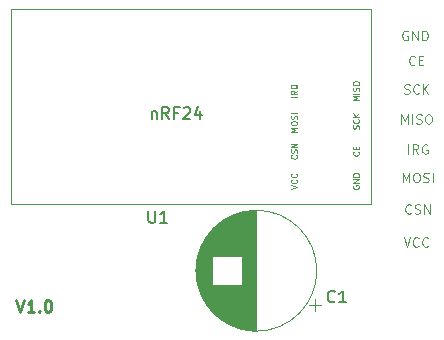
<source format=gto>
%TF.GenerationSoftware,KiCad,Pcbnew,(6.0.4)*%
%TF.CreationDate,2022-05-23T21:32:27+01:00*%
%TF.ProjectId,nRF24BB,6e524632-3442-4422-9e6b-696361645f70,1.0*%
%TF.SameCoordinates,Original*%
%TF.FileFunction,Legend,Top*%
%TF.FilePolarity,Positive*%
%FSLAX46Y46*%
G04 Gerber Fmt 4.6, Leading zero omitted, Abs format (unit mm)*
G04 Created by KiCad (PCBNEW (6.0.4)) date 2022-05-23 21:32:27*
%MOMM*%
%LPD*%
G01*
G04 APERTURE LIST*
%ADD10C,0.125000*%
%ADD11C,0.250000*%
%ADD12C,0.150000*%
%ADD13C,0.120000*%
G04 APERTURE END LIST*
D10*
X164960428Y-86683809D02*
X165074714Y-86721904D01*
X165265190Y-86721904D01*
X165341380Y-86683809D01*
X165379476Y-86645714D01*
X165417571Y-86569523D01*
X165417571Y-86493333D01*
X165379476Y-86417142D01*
X165341380Y-86379047D01*
X165265190Y-86340952D01*
X165112809Y-86302857D01*
X165036619Y-86264761D01*
X164998523Y-86226666D01*
X164960428Y-86150476D01*
X164960428Y-86074285D01*
X164998523Y-85998095D01*
X165036619Y-85960000D01*
X165112809Y-85921904D01*
X165303285Y-85921904D01*
X165417571Y-85960000D01*
X166217571Y-86645714D02*
X166179476Y-86683809D01*
X166065190Y-86721904D01*
X165989000Y-86721904D01*
X165874714Y-86683809D01*
X165798523Y-86607619D01*
X165760428Y-86531428D01*
X165722333Y-86379047D01*
X165722333Y-86264761D01*
X165760428Y-86112380D01*
X165798523Y-86036190D01*
X165874714Y-85960000D01*
X165989000Y-85921904D01*
X166065190Y-85921904D01*
X166179476Y-85960000D01*
X166217571Y-85998095D01*
X166560428Y-86721904D02*
X166560428Y-85921904D01*
X167017571Y-86721904D02*
X166674714Y-86264761D01*
X167017571Y-85921904D02*
X166560428Y-86379047D01*
X164922333Y-98875904D02*
X165189000Y-99675904D01*
X165455666Y-98875904D01*
X166179476Y-99599714D02*
X166141380Y-99637809D01*
X166027095Y-99675904D01*
X165950904Y-99675904D01*
X165836619Y-99637809D01*
X165760428Y-99561619D01*
X165722333Y-99485428D01*
X165684238Y-99333047D01*
X165684238Y-99218761D01*
X165722333Y-99066380D01*
X165760428Y-98990190D01*
X165836619Y-98914000D01*
X165950904Y-98875904D01*
X166027095Y-98875904D01*
X166141380Y-98914000D01*
X166179476Y-98952095D01*
X166979476Y-99599714D02*
X166941380Y-99637809D01*
X166827095Y-99675904D01*
X166750904Y-99675904D01*
X166636619Y-99637809D01*
X166560428Y-99561619D01*
X166522333Y-99485428D01*
X166484238Y-99333047D01*
X166484238Y-99218761D01*
X166522333Y-99066380D01*
X166560428Y-98990190D01*
X166636619Y-98914000D01*
X166750904Y-98875904D01*
X166827095Y-98875904D01*
X166941380Y-98914000D01*
X166979476Y-98952095D01*
X164858857Y-94214904D02*
X164858857Y-93414904D01*
X165125523Y-93986333D01*
X165392190Y-93414904D01*
X165392190Y-94214904D01*
X165925523Y-93414904D02*
X166077904Y-93414904D01*
X166154095Y-93453000D01*
X166230285Y-93529190D01*
X166268380Y-93681571D01*
X166268380Y-93948238D01*
X166230285Y-94100619D01*
X166154095Y-94176809D01*
X166077904Y-94214904D01*
X165925523Y-94214904D01*
X165849333Y-94176809D01*
X165773142Y-94100619D01*
X165735047Y-93948238D01*
X165735047Y-93681571D01*
X165773142Y-93529190D01*
X165849333Y-93453000D01*
X165925523Y-93414904D01*
X166573142Y-94176809D02*
X166687428Y-94214904D01*
X166877904Y-94214904D01*
X166954095Y-94176809D01*
X166992190Y-94138714D01*
X167030285Y-94062523D01*
X167030285Y-93986333D01*
X166992190Y-93910142D01*
X166954095Y-93872047D01*
X166877904Y-93833952D01*
X166725523Y-93795857D01*
X166649333Y-93757761D01*
X166611238Y-93719666D01*
X166573142Y-93643476D01*
X166573142Y-93567285D01*
X166611238Y-93491095D01*
X166649333Y-93453000D01*
X166725523Y-93414904D01*
X166916000Y-93414904D01*
X167030285Y-93453000D01*
X167373142Y-94214904D02*
X167373142Y-93414904D01*
X165277876Y-81438800D02*
X165201685Y-81400704D01*
X165087400Y-81400704D01*
X164973114Y-81438800D01*
X164896923Y-81514990D01*
X164858828Y-81591180D01*
X164820733Y-81743561D01*
X164820733Y-81857847D01*
X164858828Y-82010228D01*
X164896923Y-82086419D01*
X164973114Y-82162609D01*
X165087400Y-82200704D01*
X165163590Y-82200704D01*
X165277876Y-82162609D01*
X165315971Y-82124514D01*
X165315971Y-81857847D01*
X165163590Y-81857847D01*
X165658828Y-82200704D02*
X165658828Y-81400704D01*
X166115971Y-82200704D01*
X166115971Y-81400704D01*
X166496923Y-82200704D02*
X166496923Y-81400704D01*
X166687400Y-81400704D01*
X166801685Y-81438800D01*
X166877876Y-81514990D01*
X166915971Y-81591180D01*
X166954066Y-81743561D01*
X166954066Y-81857847D01*
X166915971Y-82010228D01*
X166877876Y-82086419D01*
X166801685Y-82162609D01*
X166687400Y-82200704D01*
X166496923Y-82200704D01*
D11*
X132130990Y-104201980D02*
X132464323Y-105201980D01*
X132797657Y-104201980D01*
X133654800Y-105201980D02*
X133083371Y-105201980D01*
X133369085Y-105201980D02*
X133369085Y-104201980D01*
X133273847Y-104344838D01*
X133178609Y-104440076D01*
X133083371Y-104487695D01*
X134083371Y-105106742D02*
X134130990Y-105154361D01*
X134083371Y-105201980D01*
X134035752Y-105154361D01*
X134083371Y-105106742D01*
X134083371Y-105201980D01*
X134750038Y-104201980D02*
X134845276Y-104201980D01*
X134940514Y-104249600D01*
X134988133Y-104297219D01*
X135035752Y-104392457D01*
X135083371Y-104582933D01*
X135083371Y-104821028D01*
X135035752Y-105011504D01*
X134988133Y-105106742D01*
X134940514Y-105154361D01*
X134845276Y-105201980D01*
X134750038Y-105201980D01*
X134654800Y-105154361D01*
X134607180Y-105106742D01*
X134559561Y-105011504D01*
X134511942Y-104821028D01*
X134511942Y-104582933D01*
X134559561Y-104392457D01*
X134607180Y-104297219D01*
X134654800Y-104249600D01*
X134750038Y-104201980D01*
D10*
X165874714Y-84232714D02*
X165836619Y-84270809D01*
X165722333Y-84308904D01*
X165646142Y-84308904D01*
X165531857Y-84270809D01*
X165455666Y-84194619D01*
X165417571Y-84118428D01*
X165379476Y-83966047D01*
X165379476Y-83851761D01*
X165417571Y-83699380D01*
X165455666Y-83623190D01*
X165531857Y-83547000D01*
X165646142Y-83508904D01*
X165722333Y-83508904D01*
X165836619Y-83547000D01*
X165874714Y-83585095D01*
X166217571Y-83889857D02*
X166484238Y-83889857D01*
X166598523Y-84308904D02*
X166217571Y-84308904D01*
X166217571Y-83508904D01*
X166598523Y-83508904D01*
X165563619Y-96805714D02*
X165525523Y-96843809D01*
X165411238Y-96881904D01*
X165335047Y-96881904D01*
X165220761Y-96843809D01*
X165144571Y-96767619D01*
X165106476Y-96691428D01*
X165068380Y-96539047D01*
X165068380Y-96424761D01*
X165106476Y-96272380D01*
X165144571Y-96196190D01*
X165220761Y-96120000D01*
X165335047Y-96081904D01*
X165411238Y-96081904D01*
X165525523Y-96120000D01*
X165563619Y-96158095D01*
X165868380Y-96843809D02*
X165982666Y-96881904D01*
X166173142Y-96881904D01*
X166249333Y-96843809D01*
X166287428Y-96805714D01*
X166325523Y-96729523D01*
X166325523Y-96653333D01*
X166287428Y-96577142D01*
X166249333Y-96539047D01*
X166173142Y-96500952D01*
X166020761Y-96462857D01*
X165944571Y-96424761D01*
X165906476Y-96386666D01*
X165868380Y-96310476D01*
X165868380Y-96234285D01*
X165906476Y-96158095D01*
X165944571Y-96120000D01*
X166020761Y-96081904D01*
X166211238Y-96081904D01*
X166325523Y-96120000D01*
X166668380Y-96881904D02*
X166668380Y-96081904D01*
X167125523Y-96881904D01*
X167125523Y-96081904D01*
X164731857Y-89261904D02*
X164731857Y-88461904D01*
X164998523Y-89033333D01*
X165265190Y-88461904D01*
X165265190Y-89261904D01*
X165646142Y-89261904D02*
X165646142Y-88461904D01*
X165989000Y-89223809D02*
X166103285Y-89261904D01*
X166293761Y-89261904D01*
X166369952Y-89223809D01*
X166408047Y-89185714D01*
X166446142Y-89109523D01*
X166446142Y-89033333D01*
X166408047Y-88957142D01*
X166369952Y-88919047D01*
X166293761Y-88880952D01*
X166141380Y-88842857D01*
X166065190Y-88804761D01*
X166027095Y-88766666D01*
X165989000Y-88690476D01*
X165989000Y-88614285D01*
X166027095Y-88538095D01*
X166065190Y-88500000D01*
X166141380Y-88461904D01*
X166331857Y-88461904D01*
X166446142Y-88500000D01*
X166941380Y-88461904D02*
X167093761Y-88461904D01*
X167169952Y-88500000D01*
X167246142Y-88576190D01*
X167284238Y-88728571D01*
X167284238Y-88995238D01*
X167246142Y-89147619D01*
X167169952Y-89223809D01*
X167093761Y-89261904D01*
X166941380Y-89261904D01*
X166865190Y-89223809D01*
X166789000Y-89147619D01*
X166750904Y-88995238D01*
X166750904Y-88728571D01*
X166789000Y-88576190D01*
X166865190Y-88500000D01*
X166941380Y-88461904D01*
X165316000Y-91801904D02*
X165316000Y-91001904D01*
X166154095Y-91801904D02*
X165887428Y-91420952D01*
X165696952Y-91801904D02*
X165696952Y-91001904D01*
X166001714Y-91001904D01*
X166077904Y-91040000D01*
X166116000Y-91078095D01*
X166154095Y-91154285D01*
X166154095Y-91268571D01*
X166116000Y-91344761D01*
X166077904Y-91382857D01*
X166001714Y-91420952D01*
X165696952Y-91420952D01*
X166916000Y-91040000D02*
X166839809Y-91001904D01*
X166725523Y-91001904D01*
X166611238Y-91040000D01*
X166535047Y-91116190D01*
X166496952Y-91192380D01*
X166458857Y-91344761D01*
X166458857Y-91459047D01*
X166496952Y-91611428D01*
X166535047Y-91687619D01*
X166611238Y-91763809D01*
X166725523Y-91801904D01*
X166801714Y-91801904D01*
X166916000Y-91763809D01*
X166954095Y-91725714D01*
X166954095Y-91459047D01*
X166801714Y-91459047D01*
D12*
%TO.C,C1*%
X159091333Y-104293942D02*
X159043714Y-104341561D01*
X158900857Y-104389180D01*
X158805619Y-104389180D01*
X158662761Y-104341561D01*
X158567523Y-104246323D01*
X158519904Y-104151085D01*
X158472285Y-103960609D01*
X158472285Y-103817752D01*
X158519904Y-103627276D01*
X158567523Y-103532038D01*
X158662761Y-103436800D01*
X158805619Y-103389180D01*
X158900857Y-103389180D01*
X159043714Y-103436800D01*
X159091333Y-103484419D01*
X160043714Y-104389180D02*
X159472285Y-104389180D01*
X159758000Y-104389180D02*
X159758000Y-103389180D01*
X159662761Y-103532038D01*
X159567523Y-103627276D01*
X159472285Y-103674895D01*
%TO.C,U1*%
X143306895Y-96632780D02*
X143306895Y-97442304D01*
X143354514Y-97537542D01*
X143402133Y-97585161D01*
X143497371Y-97632780D01*
X143687847Y-97632780D01*
X143783085Y-97585161D01*
X143830704Y-97537542D01*
X143878323Y-97442304D01*
X143878323Y-96632780D01*
X144878323Y-97632780D02*
X144306895Y-97632780D01*
X144592609Y-97632780D02*
X144592609Y-96632780D01*
X144497371Y-96775638D01*
X144402133Y-96870876D01*
X144306895Y-96918495D01*
X143573761Y-88177714D02*
X143573761Y-88844380D01*
X143573761Y-88272952D02*
X143621380Y-88225333D01*
X143716619Y-88177714D01*
X143859476Y-88177714D01*
X143954714Y-88225333D01*
X144002333Y-88320571D01*
X144002333Y-88844380D01*
X145049952Y-88844380D02*
X144716619Y-88368190D01*
X144478523Y-88844380D02*
X144478523Y-87844380D01*
X144859476Y-87844380D01*
X144954714Y-87892000D01*
X145002333Y-87939619D01*
X145049952Y-88034857D01*
X145049952Y-88177714D01*
X145002333Y-88272952D01*
X144954714Y-88320571D01*
X144859476Y-88368190D01*
X144478523Y-88368190D01*
X145811857Y-88320571D02*
X145478523Y-88320571D01*
X145478523Y-88844380D02*
X145478523Y-87844380D01*
X145954714Y-87844380D01*
X146288047Y-87939619D02*
X146335666Y-87892000D01*
X146430904Y-87844380D01*
X146669000Y-87844380D01*
X146764238Y-87892000D01*
X146811857Y-87939619D01*
X146859476Y-88034857D01*
X146859476Y-88130095D01*
X146811857Y-88272952D01*
X146240428Y-88844380D01*
X146859476Y-88844380D01*
X147716619Y-88177714D02*
X147716619Y-88844380D01*
X147478523Y-87796761D02*
X147240428Y-88511047D01*
X147859476Y-88511047D01*
D10*
X161111380Y-89669857D02*
X161135190Y-89598428D01*
X161135190Y-89479380D01*
X161111380Y-89431761D01*
X161087571Y-89407952D01*
X161039952Y-89384142D01*
X160992333Y-89384142D01*
X160944714Y-89407952D01*
X160920904Y-89431761D01*
X160897095Y-89479380D01*
X160873285Y-89574619D01*
X160849476Y-89622238D01*
X160825666Y-89646047D01*
X160778047Y-89669857D01*
X160730428Y-89669857D01*
X160682809Y-89646047D01*
X160659000Y-89622238D01*
X160635190Y-89574619D01*
X160635190Y-89455571D01*
X160659000Y-89384142D01*
X161087571Y-88884142D02*
X161111380Y-88907952D01*
X161135190Y-88979380D01*
X161135190Y-89027000D01*
X161111380Y-89098428D01*
X161063761Y-89146047D01*
X161016142Y-89169857D01*
X160920904Y-89193666D01*
X160849476Y-89193666D01*
X160754238Y-89169857D01*
X160706619Y-89146047D01*
X160659000Y-89098428D01*
X160635190Y-89027000D01*
X160635190Y-88979380D01*
X160659000Y-88907952D01*
X160682809Y-88884142D01*
X161135190Y-88669857D02*
X160635190Y-88669857D01*
X161135190Y-88384142D02*
X160849476Y-88598428D01*
X160635190Y-88384142D02*
X160920904Y-88669857D01*
X155892190Y-89926714D02*
X155392190Y-89926714D01*
X155749333Y-89760047D01*
X155392190Y-89593380D01*
X155892190Y-89593380D01*
X155392190Y-89260047D02*
X155392190Y-89164809D01*
X155416000Y-89117190D01*
X155463619Y-89069571D01*
X155558857Y-89045761D01*
X155725523Y-89045761D01*
X155820761Y-89069571D01*
X155868380Y-89117190D01*
X155892190Y-89164809D01*
X155892190Y-89260047D01*
X155868380Y-89307666D01*
X155820761Y-89355285D01*
X155725523Y-89379095D01*
X155558857Y-89379095D01*
X155463619Y-89355285D01*
X155416000Y-89307666D01*
X155392190Y-89260047D01*
X155868380Y-88855285D02*
X155892190Y-88783857D01*
X155892190Y-88664809D01*
X155868380Y-88617190D01*
X155844571Y-88593380D01*
X155796952Y-88569571D01*
X155749333Y-88569571D01*
X155701714Y-88593380D01*
X155677904Y-88617190D01*
X155654095Y-88664809D01*
X155630285Y-88760047D01*
X155606476Y-88807666D01*
X155582666Y-88831476D01*
X155535047Y-88855285D01*
X155487428Y-88855285D01*
X155439809Y-88831476D01*
X155416000Y-88807666D01*
X155392190Y-88760047D01*
X155392190Y-88641000D01*
X155416000Y-88569571D01*
X155892190Y-88355285D02*
X155392190Y-88355285D01*
X155892190Y-86985904D02*
X155392190Y-86985904D01*
X155892190Y-86462095D02*
X155654095Y-86628761D01*
X155892190Y-86747809D02*
X155392190Y-86747809D01*
X155392190Y-86557333D01*
X155416000Y-86509714D01*
X155439809Y-86485904D01*
X155487428Y-86462095D01*
X155558857Y-86462095D01*
X155606476Y-86485904D01*
X155630285Y-86509714D01*
X155654095Y-86557333D01*
X155654095Y-86747809D01*
X155939809Y-85914476D02*
X155916000Y-85962095D01*
X155868380Y-86009714D01*
X155796952Y-86081142D01*
X155773142Y-86128761D01*
X155773142Y-86176380D01*
X155892190Y-86152571D02*
X155868380Y-86200190D01*
X155820761Y-86247809D01*
X155725523Y-86271619D01*
X155558857Y-86271619D01*
X155463619Y-86247809D01*
X155416000Y-86200190D01*
X155392190Y-86152571D01*
X155392190Y-86057333D01*
X155416000Y-86009714D01*
X155463619Y-85962095D01*
X155558857Y-85938285D01*
X155725523Y-85938285D01*
X155820761Y-85962095D01*
X155868380Y-86009714D01*
X155892190Y-86057333D01*
X155892190Y-86152571D01*
X160659000Y-94487952D02*
X160635190Y-94535571D01*
X160635190Y-94607000D01*
X160659000Y-94678428D01*
X160706619Y-94726047D01*
X160754238Y-94749857D01*
X160849476Y-94773666D01*
X160920904Y-94773666D01*
X161016142Y-94749857D01*
X161063761Y-94726047D01*
X161111380Y-94678428D01*
X161135190Y-94607000D01*
X161135190Y-94559380D01*
X161111380Y-94487952D01*
X161087571Y-94464142D01*
X160920904Y-94464142D01*
X160920904Y-94559380D01*
X161135190Y-94249857D02*
X160635190Y-94249857D01*
X161135190Y-93964142D01*
X160635190Y-93964142D01*
X161135190Y-93726047D02*
X160635190Y-93726047D01*
X160635190Y-93607000D01*
X160659000Y-93535571D01*
X160706619Y-93487952D01*
X160754238Y-93464142D01*
X160849476Y-93440333D01*
X160920904Y-93440333D01*
X161016142Y-93464142D01*
X161063761Y-93487952D01*
X161111380Y-93535571D01*
X161135190Y-93607000D01*
X161135190Y-93726047D01*
X161087571Y-91638428D02*
X161111380Y-91662238D01*
X161135190Y-91733666D01*
X161135190Y-91781285D01*
X161111380Y-91852714D01*
X161063761Y-91900333D01*
X161016142Y-91924142D01*
X160920904Y-91947952D01*
X160849476Y-91947952D01*
X160754238Y-91924142D01*
X160706619Y-91900333D01*
X160659000Y-91852714D01*
X160635190Y-91781285D01*
X160635190Y-91733666D01*
X160659000Y-91662238D01*
X160682809Y-91638428D01*
X160873285Y-91424142D02*
X160873285Y-91257476D01*
X161135190Y-91186047D02*
X161135190Y-91424142D01*
X160635190Y-91424142D01*
X160635190Y-91186047D01*
X155844571Y-91912238D02*
X155868380Y-91936047D01*
X155892190Y-92007476D01*
X155892190Y-92055095D01*
X155868380Y-92126523D01*
X155820761Y-92174142D01*
X155773142Y-92197952D01*
X155677904Y-92221761D01*
X155606476Y-92221761D01*
X155511238Y-92197952D01*
X155463619Y-92174142D01*
X155416000Y-92126523D01*
X155392190Y-92055095D01*
X155392190Y-92007476D01*
X155416000Y-91936047D01*
X155439809Y-91912238D01*
X155868380Y-91721761D02*
X155892190Y-91650333D01*
X155892190Y-91531285D01*
X155868380Y-91483666D01*
X155844571Y-91459857D01*
X155796952Y-91436047D01*
X155749333Y-91436047D01*
X155701714Y-91459857D01*
X155677904Y-91483666D01*
X155654095Y-91531285D01*
X155630285Y-91626523D01*
X155606476Y-91674142D01*
X155582666Y-91697952D01*
X155535047Y-91721761D01*
X155487428Y-91721761D01*
X155439809Y-91697952D01*
X155416000Y-91674142D01*
X155392190Y-91626523D01*
X155392190Y-91507476D01*
X155416000Y-91436047D01*
X155892190Y-91221761D02*
X155392190Y-91221761D01*
X155892190Y-90936047D01*
X155392190Y-90936047D01*
X155392190Y-94773666D02*
X155892190Y-94607000D01*
X155392190Y-94440333D01*
X155844571Y-93987952D02*
X155868380Y-94011761D01*
X155892190Y-94083190D01*
X155892190Y-94130809D01*
X155868380Y-94202238D01*
X155820761Y-94249857D01*
X155773142Y-94273666D01*
X155677904Y-94297476D01*
X155606476Y-94297476D01*
X155511238Y-94273666D01*
X155463619Y-94249857D01*
X155416000Y-94202238D01*
X155392190Y-94130809D01*
X155392190Y-94083190D01*
X155416000Y-94011761D01*
X155439809Y-93987952D01*
X155844571Y-93487952D02*
X155868380Y-93511761D01*
X155892190Y-93583190D01*
X155892190Y-93630809D01*
X155868380Y-93702238D01*
X155820761Y-93749857D01*
X155773142Y-93773666D01*
X155677904Y-93797476D01*
X155606476Y-93797476D01*
X155511238Y-93773666D01*
X155463619Y-93749857D01*
X155416000Y-93702238D01*
X155392190Y-93630809D01*
X155392190Y-93583190D01*
X155416000Y-93511761D01*
X155439809Y-93487952D01*
X161135190Y-87272714D02*
X160635190Y-87272714D01*
X160992333Y-87106047D01*
X160635190Y-86939380D01*
X161135190Y-86939380D01*
X161135190Y-86701285D02*
X160635190Y-86701285D01*
X161111380Y-86487000D02*
X161135190Y-86415571D01*
X161135190Y-86296523D01*
X161111380Y-86248904D01*
X161087571Y-86225095D01*
X161039952Y-86201285D01*
X160992333Y-86201285D01*
X160944714Y-86225095D01*
X160920904Y-86248904D01*
X160897095Y-86296523D01*
X160873285Y-86391761D01*
X160849476Y-86439380D01*
X160825666Y-86463190D01*
X160778047Y-86487000D01*
X160730428Y-86487000D01*
X160682809Y-86463190D01*
X160659000Y-86439380D01*
X160635190Y-86391761D01*
X160635190Y-86272714D01*
X160659000Y-86201285D01*
X160635190Y-85891761D02*
X160635190Y-85796523D01*
X160659000Y-85748904D01*
X160706619Y-85701285D01*
X160801857Y-85677476D01*
X160968523Y-85677476D01*
X161063761Y-85701285D01*
X161111380Y-85748904D01*
X161135190Y-85796523D01*
X161135190Y-85891761D01*
X161111380Y-85939380D01*
X161063761Y-85987000D01*
X160968523Y-86010809D01*
X160801857Y-86010809D01*
X160706619Y-85987000D01*
X160659000Y-85939380D01*
X160635190Y-85891761D01*
D13*
%TO.C,C1*%
X150244477Y-100460600D02*
X150244477Y-97117600D01*
X150444477Y-100460600D02*
X150444477Y-97027600D01*
X149764477Y-106024600D02*
X149764477Y-102942600D01*
X148284477Y-104646600D02*
X148284477Y-98756600D01*
X151204477Y-106629600D02*
X151204477Y-96773600D01*
X152285477Y-106779600D02*
X152285477Y-96623600D01*
X148844477Y-100460600D02*
X148844477Y-98100600D01*
X151324477Y-106657600D02*
X151324477Y-96745600D01*
X149164477Y-100460600D02*
X149164477Y-97809600D01*
X149564477Y-105895600D02*
X149564477Y-102942600D01*
X149884477Y-106096600D02*
X149884477Y-102942600D01*
X147684477Y-103547600D02*
X147684477Y-99855600D01*
X147724477Y-103645600D02*
X147724477Y-99757600D01*
X147524477Y-103079600D02*
X147524477Y-100323600D01*
X149604477Y-100460600D02*
X149604477Y-97480600D01*
X151765477Y-106736600D02*
X151765477Y-96666600D01*
X149484477Y-100460600D02*
X149484477Y-97563600D01*
X149044477Y-105490600D02*
X149044477Y-102942600D01*
X149764477Y-100460600D02*
X149764477Y-97378600D01*
X149004477Y-100460600D02*
X149004477Y-97948600D01*
X149324477Y-100460600D02*
X149324477Y-97681600D01*
X148164477Y-104471600D02*
X148164477Y-98931600D01*
X150404477Y-100460600D02*
X150404477Y-97044600D01*
X150964477Y-100460600D02*
X150964477Y-96839600D01*
X147404477Y-102563600D02*
X147404477Y-100839600D01*
X149644477Y-100460600D02*
X149644477Y-97454600D01*
X151604477Y-106712600D02*
X151604477Y-96690600D01*
X151564477Y-106705600D02*
X151564477Y-96697600D01*
X151004477Y-106575600D02*
X151004477Y-102942600D01*
X150604477Y-100460600D02*
X150604477Y-96963600D01*
X148724477Y-105179600D02*
X148724477Y-102942600D01*
X152005477Y-106763600D02*
X152005477Y-96639600D01*
X147364477Y-102300600D02*
X147364477Y-101102600D01*
X149444477Y-105811600D02*
X149444477Y-102942600D01*
X151124477Y-100460600D02*
X151124477Y-96794600D01*
X149324477Y-105721600D02*
X149324477Y-102942600D01*
X147964477Y-104140600D02*
X147964477Y-99262600D01*
X148564477Y-105002600D02*
X148564477Y-98400600D01*
X150004477Y-106163600D02*
X150004477Y-102942600D01*
X150404477Y-106358600D02*
X150404477Y-102942600D01*
X151805477Y-106741600D02*
X151805477Y-96661600D01*
X151484477Y-106691600D02*
X151484477Y-96711600D01*
X149604477Y-105922600D02*
X149604477Y-102942600D01*
X150324477Y-106322600D02*
X150324477Y-102942600D01*
X148764477Y-100460600D02*
X148764477Y-98181600D01*
X149964477Y-106141600D02*
X149964477Y-102942600D01*
X148524477Y-104955600D02*
X148524477Y-98447600D01*
X147924477Y-104066600D02*
X147924477Y-99336600D01*
X150084477Y-100460600D02*
X150084477Y-97197600D01*
X152165477Y-106774600D02*
X152165477Y-96628600D01*
X147484477Y-102931600D02*
X147484477Y-100471600D01*
X150124477Y-100460600D02*
X150124477Y-97176600D01*
X157925123Y-104576600D02*
X156925123Y-104576600D01*
X150124477Y-106226600D02*
X150124477Y-102942600D01*
X149004477Y-105454600D02*
X149004477Y-102942600D01*
X150484477Y-100460600D02*
X150484477Y-97011600D01*
X149724477Y-105999600D02*
X149724477Y-102942600D01*
X150684477Y-106469600D02*
X150684477Y-102942600D01*
X151284477Y-106648600D02*
X151284477Y-96754600D01*
X148964477Y-100460600D02*
X148964477Y-97985600D01*
X150524477Y-100460600D02*
X150524477Y-96994600D01*
X150364477Y-100460600D02*
X150364477Y-97062600D01*
X148484477Y-104907600D02*
X148484477Y-98495600D01*
X147564477Y-103211600D02*
X147564477Y-100191600D01*
X150364477Y-106340600D02*
X150364477Y-102942600D01*
X148684477Y-105137600D02*
X148684477Y-98265600D01*
X149204477Y-105626600D02*
X149204477Y-102942600D01*
X149044477Y-100460600D02*
X149044477Y-97912600D01*
X149484477Y-105839600D02*
X149484477Y-102942600D01*
X151404477Y-106675600D02*
X151404477Y-96727600D01*
X150164477Y-100460600D02*
X150164477Y-97156600D01*
X151885477Y-106751600D02*
X151885477Y-96651600D01*
X148804477Y-100460600D02*
X148804477Y-98140600D01*
X148364477Y-104755600D02*
X148364477Y-98647600D01*
X151124477Y-106608600D02*
X151124477Y-102942600D01*
X152325477Y-106780600D02*
X152325477Y-96622600D01*
X150684477Y-100460600D02*
X150684477Y-96933600D01*
X151684477Y-106725600D02*
X151684477Y-96677600D01*
X150204477Y-106265600D02*
X150204477Y-102942600D01*
X152045477Y-106766600D02*
X152045477Y-96636600D01*
X150244477Y-106285600D02*
X150244477Y-102942600D01*
X152365477Y-106781600D02*
X152365477Y-96621600D01*
X151244477Y-106639600D02*
X151244477Y-96763600D01*
X150884477Y-100460600D02*
X150884477Y-96864600D01*
X150444477Y-106375600D02*
X150444477Y-102942600D01*
X149724477Y-100460600D02*
X149724477Y-97403600D01*
X149964477Y-100460600D02*
X149964477Y-97261600D01*
X149524477Y-105867600D02*
X149524477Y-102942600D01*
X148244477Y-104590600D02*
X148244477Y-98812600D01*
X149164477Y-105593600D02*
X149164477Y-102942600D01*
X148604477Y-105048600D02*
X148604477Y-98354600D01*
X149644477Y-105948600D02*
X149644477Y-102942600D01*
X150284477Y-100460600D02*
X150284477Y-97098600D01*
X151164477Y-106619600D02*
X151164477Y-102942600D01*
X151925477Y-106755600D02*
X151925477Y-96647600D01*
X149924477Y-106118600D02*
X149924477Y-102942600D01*
X151444477Y-106683600D02*
X151444477Y-96719600D01*
X149404477Y-100460600D02*
X149404477Y-97621600D01*
X152405477Y-106781600D02*
X152405477Y-96621600D01*
X149284477Y-105690600D02*
X149284477Y-102942600D01*
X148924477Y-105380600D02*
X148924477Y-102942600D01*
X148204477Y-104531600D02*
X148204477Y-98871600D01*
X149444477Y-100460600D02*
X149444477Y-97591600D01*
X150964477Y-106563600D02*
X150964477Y-102942600D01*
X151084477Y-106598600D02*
X151084477Y-102942600D01*
X150884477Y-106538600D02*
X150884477Y-102942600D01*
X150724477Y-106484600D02*
X150724477Y-102942600D01*
X149124477Y-105559600D02*
X149124477Y-102942600D01*
X151524477Y-106698600D02*
X151524477Y-96704600D01*
X150644477Y-106455600D02*
X150644477Y-102942600D01*
X148044477Y-104280600D02*
X148044477Y-99122600D01*
X148804477Y-105262600D02*
X148804477Y-102942600D01*
X149244477Y-105658600D02*
X149244477Y-102942600D01*
X149204477Y-100460600D02*
X149204477Y-97776600D01*
X148444477Y-104857600D02*
X148444477Y-98545600D01*
X151724477Y-106731600D02*
X151724477Y-96671600D01*
X151845477Y-106746600D02*
X151845477Y-96656600D01*
X152085477Y-106769600D02*
X152085477Y-96633600D01*
X151044477Y-106586600D02*
X151044477Y-102942600D01*
X149684477Y-100460600D02*
X149684477Y-97428600D01*
X150324477Y-100460600D02*
X150324477Y-97080600D01*
X150724477Y-100460600D02*
X150724477Y-96918600D01*
X149404477Y-105781600D02*
X149404477Y-102942600D01*
X148404477Y-104807600D02*
X148404477Y-98595600D01*
X149364477Y-100460600D02*
X149364477Y-97651600D01*
X149284477Y-100460600D02*
X149284477Y-97712600D01*
X150764477Y-100460600D02*
X150764477Y-96904600D01*
X149524477Y-100460600D02*
X149524477Y-97535600D01*
X150924477Y-100460600D02*
X150924477Y-96851600D01*
X147604477Y-103331600D02*
X147604477Y-100071600D01*
X149844477Y-100460600D02*
X149844477Y-97330600D01*
X147804477Y-103826600D02*
X147804477Y-99576600D01*
X148964477Y-105417600D02*
X148964477Y-102942600D01*
X149924477Y-100460600D02*
X149924477Y-97284600D01*
X149804477Y-100460600D02*
X149804477Y-97354600D01*
X148884477Y-100460600D02*
X148884477Y-98061600D01*
X150284477Y-106304600D02*
X150284477Y-102942600D01*
X157425123Y-105076600D02*
X157425123Y-104076600D01*
X149564477Y-100460600D02*
X149564477Y-97507600D01*
X149684477Y-105974600D02*
X149684477Y-102942600D01*
X150844477Y-106525600D02*
X150844477Y-102942600D01*
X148124477Y-104410600D02*
X148124477Y-98992600D01*
X148764477Y-105221600D02*
X148764477Y-102942600D01*
X150204477Y-100460600D02*
X150204477Y-97137600D01*
X151044477Y-100460600D02*
X151044477Y-96816600D01*
X147844477Y-103910600D02*
X147844477Y-99492600D01*
X148844477Y-105302600D02*
X148844477Y-102942600D01*
X152245477Y-106778600D02*
X152245477Y-96624600D01*
X149804477Y-106048600D02*
X149804477Y-102942600D01*
X150604477Y-106439600D02*
X150604477Y-102942600D01*
X150084477Y-106205600D02*
X150084477Y-102942600D01*
X150924477Y-106551600D02*
X150924477Y-102942600D01*
X150564477Y-100460600D02*
X150564477Y-96978600D01*
X150164477Y-106246600D02*
X150164477Y-102942600D01*
X151164477Y-100460600D02*
X151164477Y-96783600D01*
X151004477Y-100460600D02*
X151004477Y-96827600D01*
X148884477Y-105341600D02*
X148884477Y-102942600D01*
X149364477Y-105751600D02*
X149364477Y-102942600D01*
X150644477Y-100460600D02*
X150644477Y-96947600D01*
X149124477Y-100460600D02*
X149124477Y-97843600D01*
X148924477Y-100460600D02*
X148924477Y-98022600D01*
X149884477Y-100460600D02*
X149884477Y-97306600D01*
X150044477Y-106184600D02*
X150044477Y-102942600D01*
X151965477Y-106759600D02*
X151965477Y-96643600D01*
X152125477Y-106771600D02*
X152125477Y-96631600D01*
X150044477Y-100460600D02*
X150044477Y-97218600D01*
X147444477Y-102763600D02*
X147444477Y-100639600D01*
X147764477Y-103738600D02*
X147764477Y-99664600D01*
X149084477Y-100460600D02*
X149084477Y-97877600D01*
X150804477Y-106512600D02*
X150804477Y-102942600D01*
X152445477Y-106781600D02*
X152445477Y-96621600D01*
X149244477Y-100460600D02*
X149244477Y-97744600D01*
X152205477Y-106776600D02*
X152205477Y-96626600D01*
X151364477Y-106666600D02*
X151364477Y-96736600D01*
X148724477Y-100460600D02*
X148724477Y-98223600D01*
X148004477Y-104211600D02*
X148004477Y-99191600D01*
X151644477Y-106719600D02*
X151644477Y-96683600D01*
X150764477Y-106498600D02*
X150764477Y-102942600D01*
X148324477Y-104701600D02*
X148324477Y-98701600D01*
X150844477Y-100460600D02*
X150844477Y-96877600D01*
X147644477Y-103443600D02*
X147644477Y-99959600D01*
X149844477Y-106072600D02*
X149844477Y-102942600D01*
X150004477Y-100460600D02*
X150004477Y-97239600D01*
X150804477Y-100460600D02*
X150804477Y-96890600D01*
X150484477Y-106391600D02*
X150484477Y-102942600D01*
X151084477Y-100460600D02*
X151084477Y-96804600D01*
X147884477Y-103990600D02*
X147884477Y-99412600D01*
X149084477Y-105525600D02*
X149084477Y-102942600D01*
X150564477Y-106424600D02*
X150564477Y-102942600D01*
X148644477Y-105093600D02*
X148644477Y-98309600D01*
X148084477Y-104346600D02*
X148084477Y-99056600D01*
X150524477Y-106408600D02*
X150524477Y-102942600D01*
X157565477Y-101701600D02*
G75*
G03*
X157565477Y-101701600I-5120000J0D01*
G01*
%TO.C,U1*%
X162179000Y-79502000D02*
X131699000Y-79502000D01*
X131699000Y-96012000D02*
X162179000Y-96012000D01*
X131699000Y-79502000D02*
X131699000Y-96012000D01*
X162179000Y-96012000D02*
X162179000Y-79502000D01*
%TD*%
M02*

</source>
